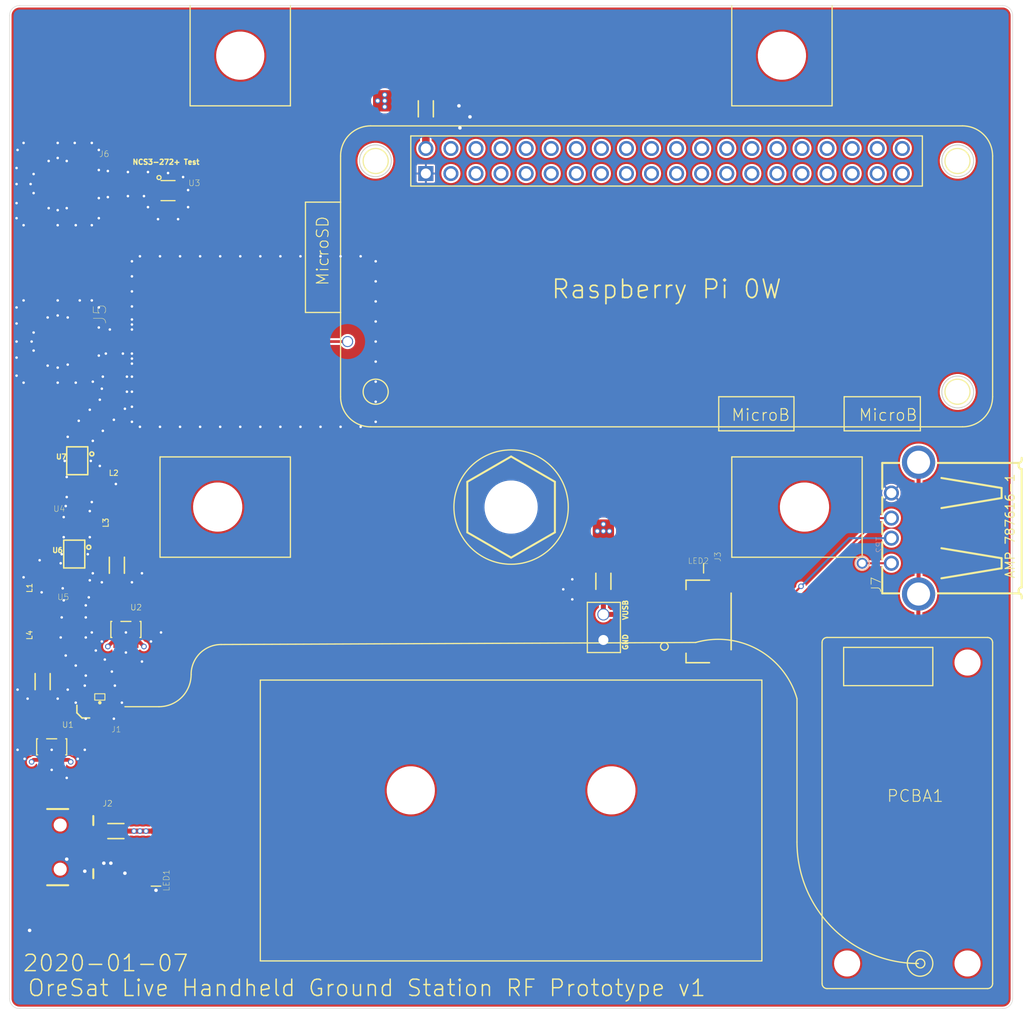
<source format=kicad_pcb>
(kicad_pcb (version 20211014) (generator pcbnew)
  (layers (0 "F.Cu" signal) (1 "In1.Cu" signal) (2 "In2.Cu" signal) (31 "B.Cu" signal) (34 "B.Paste" user) (35 "F.Paste" user) (36 "B.SilkS" user "B.Silkscreen") (37 "F.SilkS" user "F.Silkscreen") (38 "B.Mask" user) (39 "F.Mask" user) (44 "Edge.Cuts" user))
  (net 0 "")
  (net 1 "GND")
  (net 2 "N$10")
  (net 3 "N$11")
  (net 4 "N$16")
  (net 5 "N$4")
  (net 6 "N$8")
  (net 7 "N$5")
  (net 8 "N$3")
  (net 9 "N$7")
  (net 10 "N$13")
  (net 11 "N$14")
  (net 12 "KEEPOUT")
  (net 13 "N$12")
  (net 14 "VUSB")
  (net 15 "N$17")
  (net 16 "N$20")
  (net 17 "N$21")
  (net 18 "N$1")
  (net 19 "N$25")
  (net 20 "N$15")
  (net 21 "N$19")
  (net 22 "N$22")
  (net 23 "HELICAL")
  (net 24 "T1-50")
  (net 25 "N$23")
  (net 26 "ALKSJDLAKS")
  (net 27 "N$24")
  (net 28 "N$26")
  (net 29 "N$27")
  (net 30 "N$6")
  (net 31 "N$18")
  (net 32 "N$9")
  (net 33 "N$2")
  (net 34 "N$28")
  (net 35 "N$29")
  (net 36 "N$30")
  (net 37 "N$31")
  (net 38 "N$32")
  (net 39 "N$34")
  (net 40 "N$33")
  (net 41 "N$36")
  (footprint "HGS_Reflector:LED-0603" (layer "F.Cu") (at 113.1011 141.2036 -90)
    (fp_text reference "LED1")
    (fp_text value "GREEN")
  )
  (footprint "HGS_Reflector:.0603-B-NOSILK" (layer "F.Cu") (at 112.6011 116.7036 -90)
    (fp_text reference "C7")
    (fp_text value "10 nF")
  )
  (footprint "HGS_Reflector:L3216C" (layer "F.Cu") (at 101.7011 118.4036 -90)
    (fp_text reference "L4")
    (fp_text value "8n")
  )
  (footprint "HGS_Reflector:.0603-B" (layer "F.Cu") (at 109.1011 137.3036)
    (fp_text reference "E4")
    (fp_text value "BLM18DN381SZ1D")
  )
  (footprint "HGS_Reflector:GE0805C-1" (layer "F.Cu") (at 114.3011 73.4536 -90)
    (fp_text reference "U3")
    (fp_text value "NCS3-272+" hide)
  )
  (footprint "HGS_Reflector:.0603-B-NOSILK" (layer "F.Cu") (at 157.7011 109.1036 -90)
    (fp_text reference "R1")
    (fp_text value "0")
  )
  (footprint "HGS_Reflector:.0402-C-NOSILK" (layer "F.Cu") (at 105.5011 103.1036 -90)
    (fp_text reference "C14")
    (fp_text value "100 pF")
  )
  (footprint "HGS_Reflector:.0603-B" (layer "F.Cu") (at 140.0011 65.3036 -90)
    (fp_text reference "E3")
    (fp_text value "BLM18DN381SZ1D")
  )
  (footprint "HGS_Reflector:.0603-B-NOSILK" (layer "F.Cu") (at 137.7011 64.5036)
    (fp_text reference "R2")
    (fp_text value "0")
  )
  (footprint "HGS_Reflector:GHI2_USB_HOST_HORIZONTAL_W_CHASSIS_GND" (layer "F.Cu") (at 199.4011 107.1036 90)
    (fp_text reference "J7")
    (fp_text value "")
  )
  (footprint "HGS_Reflector:.0402-C-NOSILK" (layer "F.Cu") (at 109.0011 90.2036 -90)
    (fp_text reference "C19")
    (fp_text value "100 pF")
  )
  (footprint "HGS_Reflector:.0402-C-NOSILK" (layer "F.Cu") (at 105.2011 107.0036 -90)
    (fp_text reference "C3")
    (fp_text value "100 pF")
  )
  (footprint "HGS_Reflector:.0603-C-NOSILK" (layer "F.Cu") (at 103.3011 122.4036 -90)
    (fp_text reference "C1")
    (fp_text value "100 pF")
  )
  (footprint "" (layer "F.Cu") (at 138.5011 133.2436)
    (fp_text reference "@HOLE5" hide)
    (fp_text value "")
  )
  (footprint "HGS_Reflector:.0603-B-NOSILK" (layer "F.Cu") (at 102.5511 132.0036 180)
    (fp_text reference "C13")
    (fp_text value "1 uF")
  )
  (footprint "HGS_Reflector:.0603-B-NOSILK" (layer "F.Cu") (at 162.8011 112.2036 180)
    (fp_text reference "R7")
    (fp_text value "1k")
  )
  (footprint "HGS_Reflector:L3216C" (layer "F.Cu") (at 109.2011 106.8036 -90)
    (fp_text reference "L3")
    (fp_text value "8n")
  )
  (footprint "HGS_Reflector:.0603-B-NOSILK" (layer "F.Cu") (at 155.4011 113.2036)
    (fp_text reference "C20")
    (fp_text value "1 uF")
  )
  (footprint "HGS_Reflector:1X01" (layer "F.Cu") (at 183.5011 110.6036 90)
    (fp_text reference "TP2")
    (fp_text value "TEST-POINT-LARGE-SQUARE" hide)
  )
  (footprint "HGS_Reflector:.0603-B-NOSILK" (layer "F.Cu") (at 110.0011 120.4036 180)
    (fp_text reference "C5")
    (fp_text value "1 uF")
  )
  (footprint "HGS_Reflector:QPQ1907" (layer "F.Cu") (at 105.5011 104.9036 90)
    (fp_text reference "U4")
    (fp_text value "QPQ1907" hide)
  )
  (footprint "HGS_Reflector:.0603-C-NOSILK" (layer "F.Cu") (at 100.5011 145.6036 90)
    (fp_text reference "C9")
    (fp_text value "100 pF")
  )
  (footprint "HGS_Reflector:.0603-B-NOSILK" (layer "F.Cu") (at 101.8011 125.4036 90)
    (fp_text reference "R5")
    (fp_text value "0")
  )
  (footprint "HGS_Reflector:SOT-23" (layer "F.Cu") (at 110.1011 117.2036 90)
    (fp_text reference "U2")
    (fp_text value "LP2985XX-N")
  )
  (footprint "HGS_Reflector:USB-MINIB" (layer "F.Cu") (at 103.5511 138.9036)
    (fp_text reference "J2")
    (fp_text value "USB_MINI-B_SMT")
  )
  (footprint "HGS_Reflector:.0402-C-NOSILK" (layer "F.Cu") (at 114.3011 75.0036 180)
    (fp_text reference "R4")
    (fp_text value "150")
  )
  (footprint "HGS_Reflector:QPQ1907" (layer "F.Cu") (at 105.2011 114.3036 90)
    (fp_text reference "U5")
    (fp_text value "QPQ1907" hide)
  )
  (footprint "HGS_Reflector:.0603-C-NOSILK" (layer "F.Cu") (at 110.7011 110.8036 -90)
    (fp_text reference "C12")
    (fp_text value "1 uF")
  )
  (footprint "HGS_Reflector:.0603-B" (layer "F.Cu") (at 157.7011 112.4036 -90)
    (fp_text reference "E5")
    (fp_text value "BLM18GG471SZ1D")
  )
  (footprint "HGS_Reflector:.0603-B-NOSILK" (layer "F.Cu") (at 109.2011 113.8036 90)
    (fp_text reference "R3")
    (fp_text value "0")
  )
  (footprint "HGS_Reflector:.0603-B-NOSILK" (layer "F.Cu") (at 107.7011 116.7036 -90)
    (fp_text reference "C8")
    (fp_text value "2.2 uF")
  )
  (footprint "HGS_Reflector:.0603-B-NOSILK" (layer "F.Cu") (at 162.8011 113.9036)
    (fp_text reference "R6")
    (fp_text value "0")
  )
  (footprint "" (layer "F.Cu") (at 158.5011 133.2436)
    (fp_text reference "@HOLE4" hide)
    (fp_text value "")
  )
  (footprint "HGS_Reflector:132134-10" (layer "F.Cu") (at 103.3011 72.8036 -90)
    (fp_text reference "J6")
    (fp_text value "132134-10" hide)
  )
  (footprint "HGS_Reflector:SOT-23" (layer "F.Cu") (at 102.7011 128.9036 90)
    (fp_text reference "U1")
    (fp_text value "LP2985XX-N")
  )
  (footprint "" (layer "F.Cu") (at 177.7511 105.0036)
    (fp_text reference "@HOLE1" hide)
    (fp_text value "")
  )
  (footprint "HGS_Reflector:CONN_SM06B-SRSS-TB_JST" (layer "F.Cu") (at 168.2011 116.4036 90)
    (fp_text reference "J3")
    (fp_text value "SM06B-SRSS-TB(LF)(SN)" hide)
  )
  (footprint "" (layer "F.Cu") (at 175.5011 60.0036)
    (fp_text reference "@HOLE2" hide)
    (fp_text value "")
  )
  (footprint "HGS_Reflector:.0603-B-NOSILK" (layer "F.Cu") (at 105.1011 128.4036 -90)
    (fp_text reference "C15")
    (fp_text value "10 nF")
  )
  (footprint "HGS_Reflector:.0402-C-NOSILK" (layer "F.Cu") (at 108.0011 88.5036 180)
    (fp_text reference "C18")
    (fp_text value "100 pF")
  )
  (footprint "HGS_Reflector:LED-0603" (layer "F.Cu") (at 166.1011 111.1036)
    (fp_text reference "LED2")
    (fp_text value "GREEN")
  )
  (footprint "" (layer "F.Cu") (at 121.5011 60.0036)
    (fp_text reference "@HOLE3" hide)
    (fp_text value "")
  )
  (footprint "HGS_Reflector:RASP_PI_0W" (layer "F.Cu") (at 164.0011 82.0036)
    (fp_text reference "PCBA2" hide)
    (fp_text value "" hide)
  )
  (footprint "HGS_Reflector:L3216C" (layer "F.Cu") (at 101.7011 113.4036 -90)
    (fp_text reference "L1")
    (fp_text value "10n")
  )
  (footprint "HGS_Reflector:.0603-B-NOSILK" (layer "F.Cu") (at 113.1011 138.1036 90)
    (fp_text reference "R9")
    (fp_text value "1k")
  )
  (footprint "" (layer "F.Cu") (at 148.5011 105.0036)
    (fp_text reference "@HOLE6" hide)
    (fp_text value "")
  )
  (footprint "HGS_Reflector:.0603-B" (layer "F.Cu") (at 109.2011 110.8036 90)
    (fp_text reference "E1")
    (fp_text value "BLM18GG471SZ1D")
  )
  (footprint "HGS_Reflector:.0603-B-NOSILK" (layer "F.Cu") (at 142.5511 66.1036 180)
    (fp_text reference "C17")
    (fp_text value "1 uF")
  )
  (footprint "HGS_Reflector:.0603-B-NOSILK" (layer "F.Cu") (at 100.3011 128.4036 -90)
    (fp_text reference "C16")
    (fp_text value "2.2 uF")
  )
  (footprint "HGS_Reflector:132134-10" (layer "F.Cu") (at 103.3011 88.5036 -90)
    (fp_text reference "J5")
    (fp_text value "132134-10" hide)
  )
  (footprint "" (layer "F.Cu") (at 119.2511 105.0036)
    (fp_text reference "@HOLE0" hide)
    (fp_text value "")
  )
  (footprint "HGS_Reflector:QWT_2.422G-V2" (layer "F.Cu") (at 120.5011 88.5036)
    (fp_text reference "T1" hide)
    (fp_text value "QWT2.4222" hide)
  )
  (footprint "HGS_Reflector:L3216C" (layer "F.Cu") (at 108.9511 102.7136)
    (fp_text reference "L2")
    (fp_text value "10n")
  )
  (footprint "HGS_Reflector:.0603-C-NOSILK" (layer "F.Cu") (at 107.7011 110.8036 -90)
    (fp_text reference "C11")
    (fp_text value "100 pF")
  )
  (footprint "HGS_Reflector:TP3M9037" (layer "F.Cu") (at 104.9011 109.7036 180)
    (fp_text reference "U6")
    (fp_text value "LNA-TP3M9037")
  )
  (footprint "HGS_Reflector:.0603-C-NOSILK" (layer "F.Cu") (at 189.8011 116.5036 180)
    (fp_text reference "C21")
    (fp_text value "100 pF")
  )
  (footprint "HGS_Reflector:TP3M9037" (layer "F.Cu") (at 105.2011 100.4036 180)
    (fp_text reference "U7")
    (fp_text value "LNA-TP3M9037" hide)
  )
  (footprint "HGS_Reflector:.0603-B" (layer "F.Cu") (at 101.8011 122.4036 90)
    (fp_text reference "E2")
    (fp_text value "BLM18GG471SZ1D")
  )
  (footprint "HGS_Reflector:U.FL" (layer "F.Cu") (at 107.5011 124.5036 90)
    (fp_text reference "J1")
    (fp_text value "U.FL")
  )
  (footprint "HGS_Reflector:.0402-C-NOSILK" (layer "F.Cu") (at 105.2011 112.3036 -90)
    (fp_text reference "C4")
    (fp_text value "100 pF" hide)
  )
  (footprint "HGS_Reflector:.0402-C-NOSILK" (layer "F.Cu") (at 109.0011 92.1536 -90)
    (fp_text reference "C6")
    (fp_text value "100 pF")
  )
  (footprint "HGS_Reflector:.0603-C-NOSILK" (layer "F.Cu") (at 100.3011 122.4036 -90)
    (fp_text reference "C2")
    (fp_text value "1 uF")
  )
  (footprint "HGS_Reflector:.0603-B-NOSILK" (layer "F.Cu") (at 109.9011 139.6036 90)
    (fp_text reference "C10")
    (fp_text value "1 uF")
  )
  (footprint "HGS_Reflector:WF-NP9202" (layer "F.Cu") (at 188.0011 135.5036)
    (fp_text reference "PCBA1")
    (fp_text value "WF-NP9202WF")
  )
  (gr_line (start 126.5011 100.0036) (end 126.5011 110.0036) (layer "F.SilkS") (width 0.127))
  (gr_line (start 148.5011 99.9626) (end 152.8667 102.4831) (layer "F.SilkS") (width 0.2))
  (gr_arc (start 189.1011 150.5036) (mid 180.545108 146.959592) (end 177.0011 138.4036) (layer "F.SilkS") (width 0.127))
  (gr_line (start 183.5011 110.0036) (end 170.5011 110.0036) (layer "F.SilkS") (width 0.127))
  (gr_line (start 166.9011 118.5036) (end 119.6011 118.7036) (layer "F.SilkS") (width 0.127))
  (gr_line (start 177.0011 138.4036) (end 177.0011 124.1036) (layer "F.SilkS") (width 0.127))
  (gr_line (start 126.5011 55.0036) (end 126.5011 65.0036) (layer "F.SilkS") (width 0.127))
  (gr_line (start 152.8667 107.5241) (end 148.5011 110.0446) (layer "F.SilkS") (width 0.2))
  (gr_circle (center 148.5011 105.0036) (end 154.2011 105.0036) (layer "F.SilkS") (width 0.127) (fill none))
  (gr_line (start 152.8667 102.4831) (end 152.8667 107.5241) (layer "F.SilkS") (width 0.2))
  (gr_line (start 148.5011 110.044591) (end 152.866718 107.524091) (layer "F.SilkS") (width 0.127))
  (gr_line (start 170.5011 100.0036) (end 183.5011 100.0036) (layer "F.SilkS") (width 0.127))
  (gr_line (start 150.683909 101.22286) (end 148.5011 99.96261) (layer "F.SilkS") (width 0.127))
  (gr_line (start 146.31829 108.784341) (end 148.5011 110.044591) (layer "F.SilkS") (width 0.127))
  (gr_line (start 152.866718 107.524091) (end 152.866718 102.4831) (layer "F.SilkS") (width 0.127))
  (gr_line (start 113.5011 110.0036) (end 113.5011 100.0036) (layer "F.SilkS") (width 0.127))
  (gr_line (start 148.5011 110.0446) (end 144.1355 107.5241) (layer "F.SilkS") (width 0.2))
  (gr_line (start 148.5011 99.96261) (end 146.31829 101.22286) (layer "F.SilkS") (width 0.127))
  (gr_line (start 126.5011 110.0036) (end 113.5011 110.0036) (layer "F.SilkS") (width 0.127))
  (gr_line (start 183.5011 100.0036) (end 183.5011 110.0036) (layer "F.SilkS") (width 0.127))
  (gr_arc (start 116.6011 121.7036) (mid 115.663842 123.966342) (end 113.4011 124.9036) (layer "F.SilkS") (width 0.127))
  (gr_arc (start 116.6011 121.7036) (mid 117.47978 119.58228) (end 119.6011 118.7036) (layer "F.SilkS") (width 0.127))
  (gr_line (start 144.1355 107.5241) (end 144.1355 102.4831) (layer "F.SilkS") (width 0.2))
  (gr_line (start 159.4011 119.5036) (end 156.1011 119.5036) (layer "F.SilkS") (width 0.127))
  (gr_line (start 152.866718 102.4831) (end 150.683909 101.22286) (layer "F.SilkS") (width 0.127))
  (gr_line (start 144.135468 102.4831) (end 144.135468 107.524091) (layer "F.SilkS") (width 0.127))
  (gr_line (start 173.5011 122.24826) (end 173.5011 150.24826) (layer "F.SilkS") (width 0.127))
  (gr_line (start 170.5011 110.0036) (end 170.5011 100.0036) (layer "F.SilkS") (width 0.127))
  (gr_line (start 144.135468 107.524091) (end 146.31829 108.784341) (layer "F.SilkS") (width 0.127))
  (gr_line (start 123.5011 122.24826) (end 173.5011 122.24826) (layer "F.SilkS") (width 0.127))
  (gr_line (start 146.31829 101.22286) (end 144.135468 102.4831) (layer "F.SilkS") (width 0.127))
  (gr_line (start 170.5011 65.0036) (end 170.5011 55.0036) (layer "F.SilkS") (width 0.127))
  (gr_line (start 180.5011 65.0036) (end 170.5011 65.0036) (layer "F.SilkS") (width 0.127))
  (gr_line (start 156.1011 119.5036) (end 156.1011 114.5036) (layer "F.SilkS") (width 0.127))
  (gr_line (start 123.5011 122.24826) (end 123.5011 150.24826) (layer "F.SilkS") (width 0.127))
  (gr_line (start 113.4011 124.9036) (end 110.0011 124.9036) (layer "F.SilkS") (width 0.127))
  (gr_line (start 144.1355 102.4831) (end 148.5011 99.9626) (layer "F.SilkS") (width 0.2))
  (gr_line (start 126.5011 65.0036) (end 116.5011 65.0036) (layer "F.SilkS") (width 0.127))
  (gr_arc (start 166.9011 118.5036) (mid 173.110898 119.211822) (end 177.0011 124.1036) (layer "F.SilkS") (width 0.127))
  (gr_line (start 123.5011 150.24826) (end 173.5011 150.24826) (layer "F.SilkS") (width 0.127))
  (gr_line (start 116.5011 65.0036) (end 116.5011 55.0036) (layer "F.SilkS") (width 0.127))
  (gr_line (start 180.5011 55.0036) (end 180.5011 65.0036) (layer "F.SilkS") (width 0.127))
  (gr_line (start 156.1011 114.5036) (end 159.4011 114.5036) (layer "F.SilkS") (width 0.127))
  (gr_line (start 113.5011 100.0036) (end 126.5011 100.0036) (layer "F.SilkS") (width 0.127))
  (gr_line (start 159.4011 114.5036) (end 159.4011 119.5036) (layer "F.SilkS") (width 0.127))
  (gr_circle (center 193.0261 70.4786) (end 194.6136 70.4786) (layer "Edge.Cuts") (width 0.1) (fill none))
  (gr_line (start 99.5011 155.0036) (end 197.5011 155.0036) (layer "Edge.Cuts") (width 0.05))
  (gr_circle (center 134.9761 70.4786) (end 136.5636 70.4786) (layer "Edge.Cuts") (width 0.1) (fill none))
  (gr_arc (start 98.5011 56.0036) (mid 98.793993 55.296493) (end 99.5011 55.0036) (layer "Edge.Cuts") (width 0.05))
  (gr_arc (start 198.5011 154.0036) (mid 198.208207 154.710707) (end 197.5011 155.0036) (layer "Edge.Cuts") (width 0.05))
  (gr_line (start 198.5011 154.0036) (end 198.5011 56.0036) (layer "Edge.Cuts") (width 0.05))
  (gr_arc (start 197.5011 55.0036) (mid 198.208207 55.296493) (end 198.5011 56.0036) (layer "Edge.Cuts") (width 0.05))
  (gr_line (start 197.5011 55.0036) (end 99.5011 55.0036) (layer "Edge.Cuts") (width 0.05))
  (gr_arc (start 99.5011 155.0036) (mid 98.793993 154.710707) (end 98.5011 154.0036) (layer "Edge.Cuts") (width 0.05))
  (gr_circle (center 193.0261 93.5286) (end 194.6136 93.5286) (layer "Edge.Cuts") (width 0.1) (fill none))
  (gr_line (start 98.5011 56.0036) (end 98.5011 154.0036) (layer "Edge.Cuts") (width 0.05))
  (gr_text "NCS3-272+ Test" (at 110.7011 70.9036) (layer "F.SilkS") (effects (font (size 0.508 0.508) (thickness 0.127)) (justify left bottom)))
  (gr_text "VUSB" (at 159.6011 114.2036 90) (layer "F.SilkS") (effects (font (size 0.508 0.508) (thickness 0.127)) (justify right top)))
  (gr_text "2020-01-07" (at 99.7311 151.4236) (layer "F.SilkS") (effects (font (size 1.63576 1.63576) (thickness 0.14224)) (justify left bottom)))
  (gr_text "OreSat Live Handheld Ground Station RF Prototype v1" (at 100.2111 153.9036) (layer "F.SilkS") (effects (font (size 1.63576 1.63576) (thickness 0.14224)) (justify left bottom)))
  (gr_text "GND" (at 159.6011 117.6036 90) (layer "F.SilkS") (effects (font (size 0.508 0.508) (thickness 0.127)) (justify right top)))
  (segment (start 104.9156 114.3036) (end 103.7011 114.3036) (width 0.25) (layer "F.Cu") (net 1))
  (segment (start 113.4011 73.4536) (end 112.4511 73.4536) (width 0.35) (layer "F.Cu") (net 1))
  (segment (start 106.5011 74.2036) (end 107.5011 74.2036) (width 0.38) (layer "F.Cu") (net 1))
  (segment (start 99.9011 85.3036) (end 99.9011 84.3036) (width 0.38) (layer "F.Cu") (net 1))
  (segment (start 104.7011 109.7036) (end 103.7011 109.7036) (width 0.25) (layer "F.Cu") (net 1))
  (segment (start 105.4866 114.7986) (end 106.3961 114.7986) (width 0.25) (layer "F.Cu") (net 1))
  (segment (start 106.7011 91.7036) (end 106.7011 92.7036) (width 0.38) (layer "F.Cu") (net 1))
  (segment (start 105.2156 104.9036) (end 103.9011 104.9036) (width 0.25) (layer "F.Cu") (net 1))
  (segment (start 106.7011 69.4036) (end 107.7011 69.4036) (width 0.38) (layer "F.Cu") (net 1))
  (segment (start 103.3011 76.3036) (end 103.3011 77.3036) (width 0.38) (layer "F.Cu") (net 1))
  (segment (start 105.5011 85.2036) (end 105.5011 84.2036) (width 0.38) (layer "F.Cu") (net 1))
  (segment (start 105.1011 77.1036) (end 105.1011 76.1036) (width 0.38) (layer "F.Cu") (net 1))
  (segment (start 112.4511 73.4536) (end 111.8011 74.1036) (width 0.35) (layer "F.Cu") (net 1))
  (segment (start 115.2011 73.4536) (end 116.6511 73.4536) (width 0.35) (layer "F.Cu") (net 1))
  (segment (start 100.2011 72.8036) (end 99.2011 72.8036) (width 0.38) (layer "F.Cu") (net 1))
  (segment (start 107.5011 71.4036) (end 106.5011 71.4036) (width 0.38) (layer "F.Cu") (net 1))
  (segment (start 105.7866 105.3986) (end 106.6961 105.3986) (width 0.25) (layer "F.Cu") (net 1))
  (segment (start 100.3011 69.4036) (end 99.3011 69.4036) (width 0.38) (layer "F.Cu") (net 1))
  (segment (start 105.2011 100.4036) (end 106.7011 100.4036) (width 0.25) (layer "F.Cu") (net 1))
  (segment (start 106.6011 85.1036) (end 107.6011 85.1036) (width 0.38) (layer "F.Cu") (net 1))
  (segment (start 104.9011 109.7036) (end 106.5011 109.7036) (width 0.25) (layer "F.Cu") (net 1))
  (segment (start 107.6011 89.9036) (end 106.6011 89.9036) (width 0.38) (layer "F.Cu") (net 1))
  (segment (start 100.2011 88.5036) (end 99.2011 88.5036) (width 0.38) (layer "F.Cu") (net 1))
  (segment (start 100.2011 74.7036) (end 99.2011 74.7036) (width 0.38) (layer "F.Cu") (net 1))
  (segment (start 105.0011 68.4036) (end 105.0011 69.4036) (width 0.38) (layer "F.Cu") (net 1))
  (segment (start 100.3011 76.2036) (end 99.3011 76.2036) (width 0.38) (layer "F.Cu") (net 1))
  (segment (start 105.0011 101.2536) (end 105.0011 100.6036) (width 0.25) (layer "F.Cu") (net 1))
  (segment (start 99.1011 85.1036) (end 100.1011 85.1036) (width 0.38) (layer "F.Cu") (net 1))
  (segment (start 100.1011 86.7036) (end 99.1011 86.7036) (width 0.38) (layer "F.Cu") (net 1))
  (segment (start 105.7866 104.9036) (end 106.7011 104.9036) (width 0.25) (layer "F.Cu") (net 1))
  (segment (start 100.2011 91.9036) (end 99.2011 91.9036) (width 0.38) (layer "F.Cu") (net 1))
  (segment (start 99.9011 69.7036) (end 99.9011 68.7036) (width 0.38) (layer "F.Cu") (net 1))
  (segment (start 99.9011 76.1036) (end 99.9011 77.1036) (width 0.38) (layer "F.Cu") (net 1))
  (segment (start 103.3011 69.5036) (end 103.3011 68.5036) (width 0.38) (layer "F.Cu") (net 1))
  (segment (start 105.4866 114.3036) (end 106.4011 114.3036) (width 0.25) (layer "F.Cu") (net 1))
  (segment (start 106.7011 76.2036) (end 106.7011 77.2036) (width 0.38) (layer "F.Cu") (net 1))
  (segment (start 105.0011 100.6036) (end 105.2011 100.4036) (width 0.25) (layer "F.Cu") (net 1))
  (segment (start 100.2011 90.1036) (end 99.2011 90.1036) (width 0.38) (layer "F.Cu") (net 1))
  (segment (start 105.1011 92.7036) (end 105.1011 91.7036) (width 0.38) (layer "F.Cu") (net 1))
  (segment (start 106.7011 85.2036) (end 106.7011 84.2036) (width 0.38) (layer "F.Cu") (net 1))
  (segment (start 99.9011 91.7036) (end 99.9011 92.7036) (width 0.38) (layer "F.Cu") (net 1))
  (segment (start 103.3011 85.2036) (end 103.3011 84.2036) (width 0.38) (layer "F.Cu") (net 1))
  (segment (start 104.9011 109.7036) (end 104.7011 109.7036) (width 0.25) (layer "F.Cu") (net 1))
  (segment (start 106.5011 87.1036) (end 107.5011 87.1036) (width 0.38) (layer "F.Cu") (net 1))
  (segment (start 100.2011 71.2036) (end 99.2011 71.2036) (width 0.38) (layer "F.Cu") (net 1))
  (segment (start 106.7011 69.4036) (end 106.7011 68.4036) (width 0.38) (layer "F.Cu") (net 1))
  (segment (start 106.6011 76.2036) (end 107.6011 76.2036) (width 0.38) (layer "F.Cu") (net 1))
  (segment (start 106.4011 91.9036) (end 107.4011 91.9036) (width 0.38) (layer "F.Cu") (net 1))
  (segment (start 104.7011 110.5536) (end 104.7011 109.7036) (width 0.25) (layer "F.Cu") (net 1))
  (segment (start 103.3011 91.6036) (end 103.3011 92.6036) (width 0.38) (layer "F.Cu") (net 1))
  (via (at 100.9011 71.8036) (size 0.4572) (drill 0.254) (layers "F.Cu" "B.Cu") (net 1))
  (via (at 104.1011 119.8036) (size 0.4572) (drill 0.254) (layers "F.Cu" "B.Cu") (net 1))
  (via (at 103.3011 84.4036) (size 0.4572) (drill 0.254) (layers "F.Cu" "B.Cu") (net 1))
  (via (at 112.3011 75.1036) (size 0.4572) (drill 0.254) (layers "F.Cu" "B.Cu") (net 1))
  (via (at 105.4011 96.4036) (size 0.4572) (drill 0.254) (layers "F.Cu" "B.Cu") (net 1))
  (via (at 133.5011 80.0036) (size 0.4572) (drill 0.254) (layers "F.Cu" "B.Cu") (net 1))
  (via (at 144.4011 66.1036) (size 0.5532) (drill 0.35) (layers "F.Cu" "B.Cu") (net 1))
  (via (at 103.3011 68.7036) (size 0.4572) (drill 0.254) (layers "F.Cu" "B.Cu") (net 1))
  (via (at 135.0011 80.5036) (size 0.4572) (drill 0.254) (layers "F.Cu" "B.Cu") (net 1))
  (via (at 111.7011 120.4036) (size 0.4572) (drill 0.254) (layers "F.Cu" "B.Cu") (net 1))
  (via (at 103.3011 124.1036) (size 0.4572) (drill 0.254) (layers "F.Cu" "B.Cu") (net 1))
  (via (at 103.8011 113.1036) (size 0.4572) (drill 0.254) (layers "F.Cu" "B.Cu") (net 1))
  (via (at 110.2011 92.0036) (size 0.4572) (drill 0.254) (layers "F.Cu" "B.Cu") (net 1))
  (via (at 154.6011 114.2036) (size 0.4572) (drill 0.254) (layers "F.Cu" "B.Cu") (net 1))
  (via (at 135.0011 90.5036) (size 0.4572) (drill 0.254) (layers "F.Cu" "B.Cu") (net 1))
  (via (at 99.2011 74.7036) (size 0.4572) (drill 0.254) (layers "F.Cu" "B.Cu") (net 1))
  (via (at 103.3011 91.1036) (size 0.4572) (drill 0.254) (layers "F.Cu" "B.Cu") (net 1))
  (via (at 107.4011 76.2036) (size 0.4572) (drill 0.254) (layers "F.Cu" "B.Cu") (net 1))
  (via (at 102.4011 70.5036) (size 0.4572) (drill 0.254) (layers "F.Cu" "B.Cu") (net 1))
  (via (at 99.2011 72.8036) (size 0.4572) (drill 0.254) (layers "F.Cu" "B.Cu") (net 1))
  (via (at 108.3011 71.5036) (size 0.4572) (drill 0.254) (layers "F.Cu" "B.Cu") (net 1))
  (via (at 103.9011 114.3036) (size 0.4572) (drill 0.254) (layers "F.Cu" "B.Cu") (net 1))
  (via (at 127.5011 97.0036) (size 0.4572) (drill 0.254) (layers "F.Cu" "B.Cu") (net 1))
  (via (at 135.0011 96.5036) (size 0.4572) (drill 0.254) (layers "F.Cu" "B.Cu") (net 1))
  (via (at 103.3011 85.9036) (size 0.4572) (drill 0.254) (layers "F.Cu" "B.Cu") (net 1))
  (via (at 129.5011 80.0036) (size 0.4572) (drill 0.254) (layers "F.Cu" "B.Cu") (net 1))
  (via (at 113.5011 80.0036) (size 0.4572) (drill 0.254) (layers "F.Cu" "B.Cu") (net 1))
  (via (at 106.7011 76.9036) (size 0.4572) (drill 0.254) (layers "F.Cu" "B.Cu") (net 1))
  (via (at 110.7011 90.7036) (size 0.4572) (drill 0.254) (layers "F.Cu" "B.Cu") (net 1))
  (via (at 106.5011 95.3036) (size 0.4572) (drill 0.254) (layers "F.Cu" "B.Cu") (net 1))
  (via (at 108.9011 96.3036) (size 0.4572) (drill 0.254) (layers "F.Cu" "B.Cu") (net 1))
  (via (at 106.1011 118.0036) (size 0.4572) (drill 0.254) (layers "F.Cu" "B.Cu") (net 1))
  (via (at 103.3011 75.4036) (size 0.4572) (drill 0.254) (layers "F.Cu" "B.Cu") (net 1))
  (via (at 113.6011 117.5036) (size 0.4572) (drill 0.254) (layers "F.Cu" "B.Cu") (net 1))
  (via (at 106.1011 116.0036) (size 0.4572) (drill 0.254) (layers "F.Cu" "B.Cu") (net 1))
  (via (at 114.3011 71.7036) (size 0.4572) (drill 0.254) (layers "F.Cu" "B.Cu") (net 1))
  (via (at 111.5011 97.0036) (size 0.4572) (drill 0.254) (layers "F.Cu" "B.Cu") (net 1))
  (via (at 99.2011 76.2036) (size 0.4572) (drill 0.254) (layers "F.Cu" "B.Cu") (net 1))
  (via (at 108.9011 126.1036) (size 0.4572) (drill 0.254) (layers "F.Cu" "B.Cu") (net 1))
  (via (at 101.5011 110.3036) (size 0.4572) (drill 0.254) (layers "F.Cu" "B.Cu") (net 1))
  (via (at 110.2011 93.5036) (size 0.4572) (drill 0.254) (layers "F.Cu" "B.Cu") (net 1))
  (via (at 106.1011 114.8036) (size 0.4572) (drill 0.254) (layers "F.Cu" "B.Cu") (net 1))
  (via (at 109.8011 89.7036) (size 0.4572) (drill 0.254) (layers "F.Cu" "B.Cu") (net 1))
  (via (at 105.5011 84.4036) (size 0.4572) (drill 0.254) (layers "F.Cu" "B.Cu") (net 1))
  (via (at 113.3011 76.3036) (size 0.4572) (drill 0.254) (layers "F.Cu" "B.Cu") (net 1))
  (via (at 143.3011 65.0036) (size 0.5532) (drill 0.35) (layers "F.Cu" "B.Cu") (net 1))
  (via (at 107.7011 118.4036) (size 0.4572) (drill 0.254) (layers "F.Cu" "B.Cu") (net 1))
  (via (at 99.9011 76.9036) (size 0.4572) (drill 0.254) (layers "F.Cu" "B.Cu") (net 1))
  (via (at 125.5011 97.0036) (size 0.4572) (drill 0.254) (layers "F.Cu" "B.Cu") (net 1))
  (via (at 100.9011 73.7036) (size 0.4572) (drill 0.254) (layers "F.Cu" "B.Cu") (net 1))
  (via (at 110.7011 80.5036) (size 0.4572) (drill 0.254) (layers "F.Cu" "B.Cu") (net 1))
  (via (at 102.7011 131.2036) (size 0.4572) (drill 0.254) (layers "F.Cu" "B.Cu") (net 1))
  (via (at 102.3011 86.1036) (size 0.4572) (drill 0.254) (layers "F.Cu" "B.Cu") (net 1))
  (via (at 135.0011 82.5036) (size 0.4572) (drill 0.254) (layers "F.Cu" "B.Cu") (net 1))
  (via (at 107.4011 71.4036) (size 0.4572) (drill 0.254) (layers "F.Cu" "B.Cu") (net 1))
  (via (at 99.3011 129.2036) (size 0.4572) (drill 0.254) (layers "F.Cu" "B.Cu") (net 1))
  (via (at 109.1011 102.7036) (size 0.4572) (drill 0.254) (layers "F.Cu" "B.Cu") (net 1))
  (via (at 107.4011 85.1036) (size 0.4572) (drill 0.254) (layers "F.Cu" "B.Cu") (net 1))
  (via (at 112.6011 118.4036) (size 0.4572) (drill 0.254) (layers "F.Cu" "B.Cu") (net 1))
  (via (at 104.1011 104.9036) (size 0.4572) (drill 0.254) (layers "F.Cu" "B.Cu") (net 1))
  (via (at 104.2011 104.0036) (size 0.4572) (drill 0.254) (layers "F.Cu" "B.Cu") (net 1))
  (via (at 110.7011 82.0036) (size 0.4572) (drill 0.254) (layers "F.Cu" "B.Cu") (net 1))
  (via (at 110.7011 86.8036) (size 0.4572) (drill 0.254) (layers "F.Cu" "B.Cu") (net 1))
  (via (at 107.8011 97.4036) (size 0.4572) (drill 0.254) (layers "F.Cu" "B.Cu") (net 1))
  (via (at 106.7011 104.5036) (size 0.4572) (drill 0.254) (layers "F.Cu" "B.Cu") (net 1))
  (via (at 99.2011 91.9036) (size 0.4572) (drill 0.254) (layers "F.Cu" "B.Cu") (net 1))
  (via (at 103.6011 110.6036) (size 0.4572) (drill 0.254) (layers "F.Cu" "B.Cu") (net 1))
  (via (at 105.1011 76.9036) (size 0.4572) (drill 0.254) (layers "F.Cu" "B.Cu") (net 1))
  (via (at 121.5011 97.0036) (size 0.4572) (drill 0.254) (layers "F.Cu" "B.Cu") (net 1))
  (via (at 100.0011 130.1036) (size 0.4572) (drill 0.254) (layers "F.Cu" "B.Cu") (net 1))
  (via (at 153.7011 113.2036) (size 0.4572) (drill 0.254) (layers "F.Cu" "B.Cu") (net 1))
  (via (at 103.9011 108.0036) (size 0.4572) (drill 0.254) (layers "F.Cu" "B.Cu") (net 1))
  (via (at 102.4011 75.2036) (size 0.4572) (drill 0.254) (layers "F.Cu" "B.Cu") (net 1))
  (via (at 102.7011 129.2036) (size 0.4572) (drill 0.254) (layers "F.Cu" "B.Cu") (net 1))
  (via (at 127.5011 80.0036) (size 0.4572) (drill 0.254) (layers "F.Cu" "B.Cu") (net 1))
  (via (at 108.5011 87.3036) (size 0.4572) (drill 0.254) (layers "F.Cu" "B.Cu") (net 1))
  (via (at 119.5011 97.0036) (size 0.4572) (drill 0.254) (layers "F.Cu" "B.Cu") (net 1))
  (via (at 115.5011 97.0036) (size 0.4572) (drill 0.254) (layers "F.Cu" "B.Cu") (net 1))
  (via (at 106.8011 98.4036) (size 0.4572) (drill 0.254) (layers "F.Cu" "B.Cu") (net 1))
  (via (at 109.7011 124.5036) (size 0.4572) (drill 0.254) (layers "F.Cu" "B.Cu") (net 1))
  (via (at 107.8011 92.0036) (size 0.4572) (drill 0.254) (layers "F.Cu" "B.Cu") (net 1))
  (via (at 103.7011 116.0036) (size 0.4572) (drill 0.254) (layers "F.Cu" "B.Cu") (net 1))
  (via (at 115.8011 72.1036) (size 0.4572) (drill 0.254) (layers "F.Cu" "B.Cu") (net 1))
  (via (at 107.4011 89.9036) (size 0.4572) (drill 0.254) (layers "F.Cu" "B.Cu") (net 1))
  (via (at 104.2011 102.0036) (size 0.4572) (drill 0.254) (layers "F.Cu" "B.Cu") (net 1))
  (via (at 110.7011 90.2036) (size 0.4572) (drill 0.254) (layers "F.Cu" "B.Cu") (net 1))
  (via (at 100.7011 88.5036) (size 0.4572) (drill 0.254) (layers "F.Cu" "B.Cu") (net 1))
  (via (at 106.8011 111.6036) (size 0.4572) (drill 0.254) (layers "F.Cu" "B.Cu") (net 1))
  (via (at 100.6011 72.8036) (size 0.4572) (drill 0.254) (layers "F.Cu" "B.Cu") (net 1))
  (via (at 110.7011 95.0036) (size 0.4572) (drill 0.254) (layers "F.Cu" "B.Cu") (net 1))
  (via (at 99.2011 71.2036) (size 0.4572) (drill 0.254) (layers "F.Cu" "B.Cu") (net 1))
  (via (at 103.6011 118.0036) (size 0.4572) (drill 0.254) (layers "F.Cu" "B.Cu") (net 1))
  (via (at 103.3011 92.6036) (size 0.4572) (drill 0.254) (layers "F.Cu" "B.Cu") (net 1))
  (via (at 99.3011 69.4036) (size 0.4572) (drill 0.254) (layers "F.Cu" "B.Cu") (net 1))
  (via (at 131.5011 80.0036) (size 0.4572) (drill 0.254) (layers "F.Cu" "B.Cu") (net 1))
  (via (at 103.3011 70.2036) (size 0.4572) (drill 0.254) (layers "F.Cu" "B.Cu") (net 1))
  (via (at 125.5011 80.0036) (size 0.4572) (drill 0.254) (layers "F.Cu" "B.Cu") (net 1))
  (via (at 117.5011 97.0036) (size 0.4572) (drill 0.254) (layers "F.Cu" "B.Cu") (net 1))
  (via (at 105.0011 68.7036) (size 0.4572) (drill 0.254) (layers "F.Cu" "B.Cu") (net 1))
  (via (at 104.3011 86.1036) (size 0.4572) (drill 0.254) (layers "F.Cu" "B.Cu") (net 1))
  (via (at 107.4011 87.1036) (size 0.4572) (drill 0.254) (layers "F.Cu" "B.Cu") (net 1))
  (via (at 106.5011 112.3036) (size 0.4572) (drill 0.254) (layers "F.Cu" "B.Cu") (net 1))
  (via (at 157.7011 118.2536) (size 1.2032) (drill 1) (layers "F.Cu" "B.Cu") (net 1))
  (via (at 108.0011 120.2036) (size 0.4572) (drill 0.254) (layers "F.Cu" "B.Cu") (net 1))
  (via (at 116.3011 73.4036) (size 0.4572) (drill 0.254) (layers "F.Cu" "B.Cu") (net 1))
  (via (at 110.7011 85.0036) (size 0.4572) (drill 0.254) (layers "F.Cu" "B.Cu") (net 1))
  (via (at 113.1011 143.2036) (size 0.5532) (drill 0.35) (layers "F.Cu" "B.Cu") (net 1))
  (via (at 106.5011 108.0036) (size 0.4572) (drill 0.254) (layers "F.Cu" "B.Cu") (net 1))
  (via (at 104.3011 90.8036) (size 0.4572) (drill 0.254) (layers "F.Cu" "B.Cu") (net 1))
  (via (at 129.5011 97.0036) (size 0.4572) (drill 0.254) (layers "F.Cu" "B.Cu") (net 1))
  (via (at 106.8011 92.5036) (size 0.4572) (drill 0.254) (layers "F.Cu" "B.Cu") (net 1))
  (via (at 110.3011 74.0036) (size 0.4572) (drill 0.254) (layers "F.Cu" "B.Cu") (net 1))
  (via (at 106.3011 109.7036) (size 0.4572) (drill 0.254) (layers "F.Cu" "B.Cu") (net 1))
  (via (at 106.6011 100.4036) (size 0.4572) (drill 0.254) (layers "F.Cu" "B.Cu") (net 1))
  (via (at 115.5011 80.0036) (size 0.4572) (drill 0.254) (layers "F.Cu" "B.Cu") (net 1))
  (via (at 108.1011 89.7036) (size 0.4572) (drill 0.254) (layers "F.Cu" "B.Cu") (net 1))
  (via (at 104.3011 98.0036) (size 0.4572) (drill 0.254) (layers "F.Cu" "B.Cu") (net 1))
  (via (at 110.7011 112.5036) (size 0.4572) (drill 0.254) (layers "F.Cu" "B.Cu") (net 1))
  (via (at 104.2011 70.5036) (size 0.4572) (drill 0.254) (layers "F.Cu" "B.Cu") (net 1))
  (via (at 116.3011 75.1036) (size 0.4572) (drill 0.254) (layers "F.Cu" "B.Cu") (net 1))
  (via (at 108.7011 121.4036) (size 0.4572) (drill 0.254) (layers "F.Cu" "B.Cu") (net 1))
  (via (at 115.3011 76.3036) (size 0.4572) (drill 0.254) (layers "F.Cu" "B.Cu") (net 1))
  (via (at 135.0011 88.5036) (size 0.4572) (drill 0.254) (layers "F.Cu" "B.Cu") (net 1))
  (via (at 135.0011 94.5036) (size 0.4572) (drill 0.254) (layers "F.Cu" "B.Cu") (net 1))
  (via (at 99.9011 112.0036) (size 0.4572) (drill 0.254) (layers "F.Cu" "B.Cu") (net 1))
  (via (at 104.2011 140.1036) (size 0.5532) (drill 0.35) (layers "F.Cu" "B.Cu") (net 1))
  (via (at 105.3011 130.1036) (size 0.4572) (drill 0.254) (layers "F.Cu" "B.Cu") (net 1))
  (via (at 105.1011 92.6036) (size 0.4572) (drill 0.254) (layers "F.Cu" "B.Cu") (net 1))
  (via (at 103.3011 76.9036) (size 0.4572) (drill 0.254) (layers "F.Cu" "B.Cu") (net 1))
  (via (at 99.2011 85.1036) (size 0.4572) (drill 0.254) (layers "F.Cu" "B.Cu") (net 1))
  (via (at 104.3011 123.2036) (size 0.4572) (drill 0.254) (layers "F.Cu" "B.Cu") (net 1))
  (via (at 99.9011 84.4036) (size 0.4572) (drill 0.254) (layers "F.Cu" "B.Cu") (net 1))
  (via (at 100.5011 147.2036) (size 0.5532) (drill 0.35) (layers "F.Cu" "B.Cu") (net 1))
  (via (at 110.1011 117.5036) (size 0.4572) (drill 0.254) (layers "F.Cu" "B.Cu") (net 1))
  (via (at 104.0011 100.4036) (size 0.4572) (drill 0.254) (layers "F.Cu" "B.Cu") (net 1))
  (via (at 106.7011 84.4036) (size 0.4572) (drill 0.254) (layers "F.Cu" "B.Cu") (net 1))
  (via (at 106.7011 68.7036) (size 0.4572) (drill 0.254) (layers "F.Cu" "B.Cu") (net 1))
  (via (at 110.7011 92.0036) (size 0.4572) (drill 0.254) (layers "F.Cu" "B.Cu") (net 1))
  (via (at 106.1011 126.1036) (size 0.4572) (drill 0.254) (layers "F.Cu" "B.Cu") (net 1))
  (via (at 107.4011 69.4036) (size 0.4572) (drill 0.254) (layers "F.Cu" "B.Cu") (net 1))
  (via (at 100.3011 124.1036) (size 0.4572) (drill 0.254) (layers "F.Cu" "B.Cu") (net 1))
  (via (at 107.4011 74.2036) (size 0.4572) (drill 0.254) (layers "F.Cu" "B.Cu") (net 1))
  (via (at 106.0011 141.3036) (size 0.5532) (drill 0.35) (layers "F.Cu" "B.Cu") (net 1))
  (via (at 107.7011 93.2036) (size 0.4572) (drill 0.254) (layers "F.Cu" "B.Cu") (net 1))
  (via (at 108.3011 74.1036) (size 0.4572) (drill 0.254) (layers "F.Cu" "B.Cu") (net 1))
  (via (at 107.5011 94.3036) (size 0.4572) (drill 0.254) (layers "F.Cu" "B.Cu") (net 1))
  (via (at 108.6011 140.5036) (size 0.5532) (drill 0.35) (layers "F.Cu" "B.Cu") (net 1))
  (via (at 111.7011 111.6036) (size 0.4572) (drill 0.254) (layers "F.Cu" "B.Cu") (net 1))
  (via (at 112.3011 71.6036) (size 0.4572) (drill 0.254) (layers "F.Cu" "B.Cu") (net 1))
  (via (at 107.7011 112.5036) (size 0.4572) (drill 0.254) (layers "F.Cu" "B.Cu") (net 1))
  (via (at 99.3011 123.2036) (size 0.4572) (drill 0.254) (layers "F.Cu" "B.Cu") (net 1))
  (via (at 107.1011 119.3036) (size 0.4572) (drill 0.254) (layers "F.Cu" "B.Cu") (net 1))
  (via (at 111.9011 74.0036) (size 0.4572) (drill 0.254) (layers "F.Cu" "B.Cu") (net 1))
  (via (at 106.0011 129.2036) (size 0.4572) (drill 0.254) (layers "F.Cu" "B.Cu") (net 1))
  (via (at 110.0011 141.5036) (size 0.5532) (drill 0.35) (layers "F.Cu" "B.Cu") (net 1))
  (via (at 106.1011 121.8036) (size 0.4572) (drill 0.254) (layers "F.Cu" "B.Cu") (net 1))
  (via (at 100.9011 87.6036) (size 0.4572) (drill 0.254) (layers "F.Cu" "B.Cu") (net 1))
  (via (at 105.1011 120.8036) (size 0.4572) (drill 0.254) (layers "F.Cu" "B.Cu") (net 1))
  (via (at 133.5011 97.0036) (size 0.4572) (drill 0.254) (layers "F.Cu" "B.Cu") (net 1))
  (via (at 123.5011 97.0036) (size 0.4572) (drill 0.254) (layers "F.Cu" "B.Cu") (net 1))
  (via (at 110.1011 119.5036) (size 0.4572) (drill 0.254) (layers "F.Cu" "B.Cu") (net 1))
  (via (at 111.5011 80.0036) (size 0.4572) (drill 0.254) (layers "F.Cu" "B.Cu") (net 1))
  (via (at 99.2011 90.1036) (size 0.4572) (drill 0.254) (layers "F.Cu" "B.Cu") (net 1))
  (via (at 131.5011 97.0036) (size 0.4572) (drill 0.254) (layers "F.Cu" "B.Cu") (net 1))
  (via (at 99.9011 68.7036) (size 0.4572) (drill 0.254) (layers "F.Cu" "B.Cu") (net 1))
  (via (at 123.5011 80.0036) (size 0.4572) (drill 0.254) (layers "F.Cu" "B.Cu") (net 1))
  (via (at 119.5011 80.0036) (size 0.4572) (drill 0.254) (layers "F.Cu" "B.Cu") (net 1))
  (via (at 110.7011 96.5036) (size 0.4572) (drill 0.254) (layers "F.Cu" "B.Cu") (net 1))
  (via (at 104.2011 132.0036) (size 0.4572) (drill 0.254) (layers "F.Cu" "B.Cu") (net 1))
  (via (at 135.0011 92.5036) (size 0.4572) (drill 0.254) (layers "F.Cu" "B.Cu") (net 1))
  (via (at 110.7011 86.3036) (size 0.4572) (drill 0.254) (layers "F.Cu" "B.Cu") (net 1))
  (via (at 135.0011 84.5036) (size 0.4572) (drill 0.254) (layers "F.Cu" "B.Cu") (net 1))
  (via (at 106.5011 105.4036) (size 0.4572) (drill 0.254) (layers "F.Cu" "B.Cu") (net 1))
  (via (at 102.3011 90.9036) (size 0.4572) (drill 0.254) (layers "F.Cu" "B.Cu") (net 1))
  (via (at 106.7011 117.5036) (size 0.4572) (drill 0.254) (layers "F.Cu" "B.Cu") (net 1))
  (via (at 135.0011 86.5036) (size 0.4572) (drill 0.254) (layers "F.Cu" "B.Cu") (net 1))
  (via (at 101.7011 113.5036) (size 0.4572) (drill 0.254) (layers "F.Cu" "B.Cu") (net 1))
  (via (at 107.9011 140.5036) (size 0.5532) (drill 0.35) (layers "F.Cu" "B.Cu") (net 1))
  (via (at 110.0011 95.2036) (size 0.4572) (drill 0.254) (layers "F.Cu" "B.Cu") (net 1))
  (via (at 143.4011 67.2036) (size 0.5532) (drill 0.35) (layers "F.Cu" "B.Cu") (net 1))
  (via (at 110.3011 71.6036) (size 0.4572) (drill 0.254) (layers "F.Cu" "B.Cu") (net 1))
  (via (at 99.9011 92.6036) (size 0.4572) (drill 0.254) (layers "F.Cu" "B.Cu") (net 1))
  (via (at 110.7011 89.7036) (size 0.4572) (drill 0.254) (layers "F.Cu" "B.Cu") (net 1))
  (via (at 110.7011 87.3036) (size 0.4572) (drill 0.254) (layers "F.Cu" "B.Cu") (net 1))
  (via (at 109.0011 122.8036) (size 0.4572) (drill 0.254) (layers "F.Cu" "B.Cu") (net 1))
  (via (at 106.0011 122.8036) (size 0.4572) (drill 0.254) (layers "F.Cu" "B.Cu") (net 1))
  (via (at 110.7011 93.5036) (size 0.4572) (drill 0.254) (layers "F.Cu" "B.Cu") (net 1))
  (via (at 107.5011 100.9036) (size 0.4572) (drill 0.254) (layers "F.Cu" "B.Cu") (net 1))
  (via (at 117.5011 80.0036) (size 0.4572) (drill 0.254) (layers "F.Cu" "B.Cu") (net 1))
  (via (at 121.5011 80.0036) (size 0.4572) (drill 0.254) (layers "F.Cu" "B.Cu") (net 1))
  (via (at 99.2011 86.7036) (size 0.4572) (drill 0.254) (layers "F.Cu" "B.Cu") (net 1))
  (via (at 103.9011 106.0036) (size 0.4572) (drill 0.254) (layers "F.Cu" "B.Cu") (net 1))
  (via (at 103.7011 109.7036) (size 0.4572) (drill 0.254) (layers "F.Cu" "B.Cu") (net 1))
  (via (at 110.7011 83.5036) (size 0.4572) (drill 0.254) (layers "F.Cu" "B.Cu") (net 1))
  (via (at 99.2011 88.5036) (size 0.4572) (drill 0.254) (layers "F.Cu" "B.Cu") (net 1))
  (via (at 113.5011 97.0036) (size 0.4572) (drill 0.254) (layers "F.Cu" "B.Cu") (net 1))
  (via (at 104.2011 75.2036) (size 0.4572) (drill 0.254) (layers "F.Cu" "B.Cu") (net 1))
  (via (at 154.6011 112.2036) (size 0.4572) (drill 0.254) (layers "F.Cu" "B.Cu") (net 1))
  (via (at 100.9011 89.4036) (size 0.4572) (drill 0.254) (layers "F.Cu" "B.Cu") (net 1))
  (via (at 105.1011 124.5036) (size 0.4572) (drill 0.254) (layers "F.Cu" "B.Cu") (net 1))
  (via (at 106.4011 114.0036) (size 0.4572) (drill 0.254) (layers "F.Cu" "B.Cu") (net 1))
  (segment (start 113.1011 138.9036) (end 113.1011 140.3266) (width 0.3) (layer "F.Cu") (net 2))
  (segment (start 108.808206 94.666697) (end 108.808206 94.666697) (width 0.38) (layer "F.Cu") (net 3))
  (segment (start 105.5011 98.9036) (end 105.5011 98.388016) (width 0.38) (layer "F.Cu") (net 3))
  (segment (start 108.912866 94.530302) (end 108.978659 94.371465) (width 0.38) (layer "F.Cu") (net 3))
  (segment (start 105.793993 97.68091) (end 108.808206 94.666697) (width 0.38) (layer "F.Cu") (net 3))
  (segment (start 109.0011 94.201013) (end 109.0011 92.6036) (width 0.38) (layer "F.Cu") (net 3))
  (segment (start 105.5011 98.388016) (end 105.520315 98.192926) (width 0.38) (layer "F.Cu") (net 3))
  (segment (start 105.577221 98.005333) (end 105.793993 97.68091) (width 0.38) (layer "F.Cu") (net 3))
  (segment (start 105.5011 98.388016) (end 105.5011 98.388016) (width 0.38) (layer "F.Cu") (net 3))
  (segment (start 108.808206 94.666697) (end 108.912866 94.530302) (width 0.38) (layer "F.Cu") (net 3))
  (segment (start 105.5011 99.518604) (end 105.5011 98.9036) (width 0.3) (layer "F.Cu") (net 3))
  (segment (start 105.520315 98.192926) (end 105.577221 98.005333) (width 0.38) (layer "F.Cu") (net 3))
  (segment (start 108.978659 94.371465) (end 109.0011 94.201013) (width 0.38) (layer "F.Cu") (net 3))
  (segment (start 105.5011 102.6536) (end 107.3911 102.6536) (width 0.38) (layer "F.Cu") (net 4))
  (segment (start 105.5011 101.8036) (end 105.5011 102.6536) (width 0.38) (layer "F.Cu") (net 4))
  (segment (start 105.5011 101.2536) (end 105.5011 101.8036) (width 0.3) (layer "F.Cu") (net 4))
  (segment (start 107.3911 102.6536) (end 107.4511 102.7136) (width 0.38) (layer "F.Cu") (net 4))
  (segment (start 105.2156 105.3986) (end 105.2156 105.7891) (width 0.25) (layer "F.Cu") (net 5))
  (segment (start 105.2156 105.7891) (end 105.2011 105.8036) (width 0.25) (layer "F.Cu") (net 5))
  (segment (start 105.2011 105.8036) (end 105.2011 106.5536) (width 0.38) (layer "F.Cu") (net 5))
  (segment (start 105.2011 107.4536) (end 105.2011 108.1036) (width 0.38) (layer "F.Cu") (net 6))
  (segment (start 105.2011 108.1036) (end 105.2011 108.818604) (width 0.3) (layer "F.Cu") (net 6))
  (segment (start 105.067841 118.830041) (end 105.183549 119.064674) (width 0.38) (layer "F.Cu") (net 7))
  (segment (start 104.983748 118.582311) (end 105.067841 118.830041) (width 0.38) (layer "F.Cu") (net 7))
  (segment (start 104.9156 115.2036) (end 104.9156 118.064672) (width 0.38) (layer "F.Cu") (net 7))
  (segment (start 104.9011 115.2036) (end 104.9011 114.8131) (width 0.25) (layer "F.Cu") (net 7))
  (segment (start 107.087806 121.089504) (end 107.23315 121.307027) (width 0.38) (layer "F.Cu") (net 7))
  (segment (start 105.183549 119.064674) (end 105.501387 119.478888) (width 0.38) (layer "F.Cu") (net 7))
  (segment (start 105.501387 119.478888) (end 106.915312 120.892813) (width 0.38) (layer "F.Cu") (net 7))
  (segment (start 106.915312 120.892813) (end 107.087806 121.089504) (width 0.38) (layer "F.Cu") (net 7))
  (segment (start 107.48399 122.045976) (end 107.5011 122.307029) (width 0.38) (layer "F.Cu") (net 7))
  (segment (start 104.9011 114.8131) (end 104.9156 114.7986) (width 0.25) (layer "F.Cu") (net 7))
  (segment (start 106.915312 120.892813) (end 106.915312 120.892813) (width 0.38) (layer "F.Cu") (net 7))
  (segment (start 107.432952 121.78939) (end 107.48399 122.045976) (width 0.38) (layer "F.Cu") (net 7))
  (segment (start 104.9156 118.064673) (end 104.93271 118.325725) (width 0.38) (layer "F.Cu") (net 7))
  (segment (start 107.23315 121.307027) (end 107.348859 121.54166) (width 0.38) (layer "F.Cu") (net 7))
  (segment (start 107.348859 121.54166) (end 107.432952 121.78939) (width 0.38) (layer "F.Cu") (net 7))
  (segment (start 104.9156 115.2036) (end 104.9011 115.2036) (width 0.25) (layer "F.Cu") (net 7))
  (segment (start 104.93271 118.325725) (end 104.983748 118.582311) (width 0.38) (layer "F.Cu") (net 7))
  (segment (start 104.9156 118.064672) (end 104.9156 118.064673) (width 0.38) (layer "F.Cu") (net 7))
  (segment (start 107.5011 122.307029) (end 107.5011 122.9786) (width 0.38) (layer "F.Cu") (net 7))
  (segment (start 105.2011 113.3036) (end 105.2011 112.7536) (width 0.38) (layer "F.Cu") (net 8))
  (segment (start 105.2011 113.8086) (end 105.2011 113.3036) (width 0.25) (layer "F.Cu") (net 8))
  (segment (start 110.4511 104.9536) (end 110.1011 105.3036) (width 0.38) (layer "F.Cu") (net 9))
  (segment (start 110.4511 102.7136) (end 110.4511 104.9536) (width 0.38) (layer "F.Cu") (net 9))
  (segment (start 110.1011 105.3036) (end 109.2011 105.3036) (width 0.38) (layer "F.Cu") (net 9))
  (segment (start 105.2011 111.2036) (end 105.2011 111.8536) (width 0.38) (layer "F.Cu") (net 10))
  (segment (start 101.7511 111.8536) (end 101.7011 111.9036) (width 0.38) (layer "F.Cu") (net 10))
  (segment (start 105.2011 110.5536) (end 105.2011 111.2036) (width 0.3) (layer "F.Cu") (net 10))
  (segment (start 105.2011 111.8536) (end 101.7511 111.8536) (width 0.38) (layer "F.Cu") (net 10))
  (segment (start 101.7011 114.9036) (end 101.7011 116.9036) (width 0.38) (layer "F.Cu") (net 11))
  (segment (start 99.9011 134.2036) (end 100.5511 134.2036) (width 0.3) (layer "F.Cu") (net 12))
  (segment (start 106.0511 143.4036) (end 100.5511 143.4036) (width 0.3) (layer "F.Cu") (net 12))
  (segment (start 99.9011 134.4036) (end 99.9011 134.2036) (width 0.3) (layer "F.Cu") (net 12))
  (segment (start 100.5511 134.4036) (end 99.9011 134.4036) (width 0.3) (layer "F.Cu") (net 12))
  (segment (start 100.5511 143.4036) (end 100.3011 143.4036) (width 0.3) (layer "F.Cu") (net 12))
  (segment (start 106.0511 134.4036) (end 100.5511 134.4036) (width 0.3) (layer "F.Cu") (net 12))
  (segment (start 100.5511 134.4036) (end 100.5511 143.4036) (width 0.3) (layer "F.Cu") (net 12))
  (segment (start 100.3011 143.4036) (end 100.3011 143.5036) (width 0.3) (layer "F.Cu") (net 12))
  (segment (start 100.3011 143.5036) (end 100.5511 143.5036) (width 0.3) (layer "F.Cu") (net 12))
  (segment (start 100.5011 144.9036) (end 100.5011 143.4036) (width 0.3) (layer "F.Cu") (net 12))
  (segment (start 100.5011 143.4036) (end 100.5511 143.4036) (width 0.3) (layer "F.Cu") (net 12))
  (segment (start 100.5511 134.2036) (end 100.5511 134.4036) (width 0.3) (layer "F.Cu") (net 12))
  (segment (start 100.5511 143.5036) (end 100.5511 143.4036) (width 0.3) (layer "F.Cu") (net 12))
  (segment (start 111.5011 137.3036) (end 110.9011 137.3036) (width 0.5) (layer "F.Cu") (net 13))
  (segment (start 109.2011 120.4036) (end 109.1511 120.4036) (width 0.38) (layer "F.Cu") (net 13))
  (segment (start 109.9011 137.3036) (end 110.9011 137.3036) (width 0.5) (layer "F.Cu") (net 13))
  (segment (start 111.5011 118.5036) (end 111.9011 118.9036) (width 0.38) (layer "F.Cu") (net 13))
  (segment (start 109.9011 137.3036) (end 109.9011 138.8036) (width 0.5) (layer "F.Cu") (net 13))
  (segment (start 109.1511 120.4036) (end 109.1511 118.5036) (width 0.38) (layer "F.Cu") (net 13))
  (segment (start 109.1511 118.5036) (end 108.7011 118.5036) (width 0.38) (layer "F.Cu") (net 13))
  (segment (start 101.7511 130.2036) (end 101.7511 132.0036) (width 0.38) (layer "F.Cu") (net 13))
  (segment (start 103.6511 130.2036) (end 104.4011 130.2036) (width 0.38) (layer "F.Cu") (net 13))
  (segment (start 100.9011 130.2036) (end 100.7011 130.4036) (width 0.38) (layer "F.Cu") (net 13))
  (segment (start 104.4011 130.2036) (end 104.6011 130.4036) (width 0.38) (layer "F.Cu") (net 13))
  (segment (start 108.7011 118.5036) (end 108.3011 118.9036) (width 0.38) (layer "F.Cu") (net 13))
  (segment (start 111.0511 118.5036) (end 111.5011 118.5036) (width 0.38) (layer "F.Cu") (net 13))
  (segment (start 113.1011 137.3036) (end 112.1011 137.3036) (width 0.5) (layer "F.Cu") (net 13))
  (segment (start 112.1011 137.3036) (end 111.5011 137.3036) (width 0.5) (layer "F.Cu") (net 13))
  (segment (start 101.7511 130.2036) (end 100.9011 130.2036) (width 0.38) (layer "F.Cu") (net 13))
  (via (at 158.3011 107.4036) (size 0.5532) (drill 0.35) (layers "F.Cu" "B.Cu") (net 13))
  (via (at 111.9011 118.9036) (size 0.5532) (drill 0.35) (layers "F.Cu" "B.Cu") (net 13))
  (via (at 112.1011 137.3036) (size 0.5532) (drill 0.35) (layers "F.Cu" "B.Cu") (net 13))
  (via (at 108.3011 118.9036) (size 0.5532) (drill 0.35) (layers "F.Cu" "B.Cu") (net 13))
  (via (at 135.9011 64.5036) (size 0.5532) (drill 0.35) (layers "F.Cu" "B.Cu") (net 13))
  (via (at 111.5011 137.3036) (size 0.5532) (drill 0.35) (layers "F.Cu" "B.Cu") (net 13))
  (via (at 157.1011 107.4036) (size 0.5532) (drill 0.35) (layers "F.Cu" "B.Cu") (net 13))
  (via (at 157.7011 107.4036) (size 0.5532) (drill 0.35) (layers "F.Cu" "B.Cu") (net 13))
  (via (at 100.7011 130.4036) (size 0.5532) (drill 0.35) (layers "F.Cu" "B.Cu") (net 13))
  (via (at 135.9011 63.9036) (size 0.5532) (drill 0.35) (layers "F.Cu" "B.Cu") (net 13))
  (via (at 135.9011 65.1036) (size 0.5532) (drill 0.35) (layers "F.Cu" "B.Cu") (net 13))
  (via (at 110.9011 137.3036) (size 0.5532) (drill 0.35) (layers "F.Cu" "B.Cu") (net 13))
  (via (at 135.2011 64.5036) (size 0.5532) (drill 0.35) (layers "F.Cu" "B.Cu") (net 13))
  (via (at 157.7011 106.7036) (size 0.5532) (drill 0.35) (layers "F.Cu" "B.Cu") (net 13))
  (via (at 104.6011 130.4036) (size 0.5532) (drill 0.35) (layers "F.Cu" "B.Cu") (net 13))
  (segment (start 106.0511 137.3036) (end 108.3011 137.3036) (width 0.5) (layer "F.Cu") (net 14))
  (segment (start 110.7011 110.1036) (end 109.2011 110.0036) (width 0.38) (layer "F.Cu") (net 15))
  (segment (start 109.2011 108.3036) (end 109.2011 110.0036) (width 0.38) (layer "F.Cu") (net 15))
  (segment (start 107.7011 110.1036) (end 109.2011 110.0036) (width 0.38) (layer "F.Cu") (net 15))
  (segment (start 101.7011 119.9036) (end 101.8011 120.0036) (width 0.38) (layer "F.Cu") (net 16))
  (segment (start 103.3011 121.7036) (end 101.8011 121.6036) (width 0.38) (layer "F.Cu") (net 16))
  (segment (start 101.8011 120.0036) (end 101.8011 121.6036) (width 0.38) (layer "F.Cu") (net 16))
  (segment (start 100.3011 121.7036) (end 101.8011 121.6036) (width 0.38) (layer "F.Cu") (net 16))
  (segment (start 111.0511 115.9036) (end 112.6011 115.9036) (width 0.38) (layer "F.Cu") (net 17))
  (segment (start 109.2011 114.6036) (end 109.1511 114.6536) (width 0.38) (layer "F.Cu") (net 18))
  (segment (start 109.1511 115.9036) (end 107.7011 115.9036) (width 0.38) (layer "F.Cu") (net 18))
  (segment (start 109.1511 114.6536) (end 109.1511 115.9036) (width 0.38) (layer "F.Cu") (net 18))
  (segment (start 140.0011 66.1036) (end 140.0011 69.2536) (width 0.75) (layer "F.Cu") (net 19))
  (segment (start 141.7511 66.1036) (end 140.0011 66.1036) (width 0.75) (layer "F.Cu") (net 19))
  (segment (start 103.6511 127.6036) (end 105.1011 127.6036) (width 0.38) (layer "F.Cu") (net 20))
  (segment (start 101.8011 127.5536) (end 101.8011 126.2036) (width 0.38) (layer "F.Cu") (net 21))
  (segment (start 101.7511 127.6036) (end 100.3011 127.6036) (width 0.38) (layer "F.Cu") (net 21))
  (segment (start 101.7511 127.6036) (end 101.8011 127.5536) (width 0.38) (layer "F.Cu") (net 21))
  (segment (start 132.2011 88.5036) (end 130.0551 88.5036) (width 0.273) (layer "F.Cu") (net 22))
  (via (at 132.2011 88.5036) (size 1.1032) (drill 0.9) (layers "F.Cu" "B.Cu") (net 22))
  (segment (start 110.5841 88.5036) (end 108.4511 88.5036) (width 0.38) (layer "F.Cu") (net 23))
  (segment (start 107.5511 88.5036) (end 103.3011 88.5036) (width 0.38) (layer "F.Cu") (net 24))
  (segment (start 112.7011 72.8036) (end 103.3011 72.8036) (width 0.38) (layer "F.Cu") (net 25))
  (segment (start 113.4011 72.8036) (end 112.7011 72.8036) (width 0.35) (layer "F.Cu") (net 25))
  (segment (start 113.5011 75.0036) (end 113.8511 75.0036) (width 0.127) (layer "F.Cu") (net 26))
  (segment (start 113.4011 74.1036) (end 113.4011 74.9036) (width 0.127) (layer "F.Cu") (net 26))
  (segment (start 113.4011 74.9036) (end 113.5011 75.0036) (width 0.127) (layer "F.Cu") (net 26))
  (segment (start 115.2011 74.1036) (end 115.2011 74.9036) (width 0.127) (layer "F.Cu") (net 27))
  (segment (start 115.1011 75.0036) (end 114.7511 75.0036) (width 0.127) (layer "F.Cu") (net 27))
  (segment (start 115.2011 74.9036) (end 115.1011 75.0036) (width 0.127) (layer "F.Cu") (net 27))
  (segment (start 105.5011 103.5536) (end 105.5011 104.4086) (width 0.25) (layer "F.Cu") (net 28))
  (segment (start 138.5011 64.5036) (end 140.0011 64.5036) (width 0.75) (layer "F.Cu") (net 29))
  (segment (start 101.8011 123.2036) (end 101.8011 124.6036) (width 0.38) (layer "F.Cu") (net 30))
  (segment (start 109.2011 111.6036) (end 109.2011 113.0036) (width 0.38) (layer "F.Cu") (net 31))
  (segment (start 109.0011 91.7036) (end 109.0011 90.6536) (width 0.38) (layer "F.Cu") (net 32))
  (segment (start 162.7011 118.9036) (end 165.6944 118.9036) (width 0.5) (layer "F.Cu") (net 33))
  (segment (start 162.0011 115.7036) (end 162.0011 118.2036) (width 0.5) (layer "F.Cu") (net 33))
  (segment (start 162.0011 112.2036) (end 162.0011 115.7036) (width 0.5) (layer "F.Cu") (net 33))
  (segment (start 157.7011 115.7036) (end 162.0011 115.7036) (width 0.5) (layer "F.Cu") (net 33))
  (segment (start 162.0011 118.2036) (end 162.7011 118.9036) (width 0.5) (layer "F.Cu") (net 33))
  (segment (start 157.7011 113.2036) (end 157.7011 115.7036) (width 0.5) (layer "F.Cu") (net 33))
  (segment (start 162.0011 113.9036) (end 162.0011 112.2036) (width 0.2) (layer "F.Cu") (net 33))
  (segment (start 156.2011 113.2036) (end 157.7011 113.2036) (width 0.5) (layer "F.Cu") (net 33))
  (via (at 157.7011 115.7036) (size 1.2032) (drill 1) (layers "F.Cu" "B.Cu") (net 33))
  (segment (start 157.7011 109.9036) (end 157.7011 111.6036) (width 0.5) (layer "F.Cu") (net 34))
  (segment (start 163.6011 113.9036) (end 165.6944 113.9036) (width 0.2) (layer "F.Cu") (net 35))
  (segment (start 164.1011 111.1036) (end 165.2241 111.1036) (width 0.2) (layer "F.Cu") (net 36))
  (segment (start 163.6011 111.6036) (end 164.1011 111.1036) (width 0.2) (layer "F.Cu") (net 36))
  (segment (start 163.6011 112.2036) (end 163.6011 111.6036) (width 0.2) (layer "F.Cu") (net 36))
  (segment (start 166.9781 114.5266) (end 166.6011 114.9036) (width 0.2) (layer "F.Cu") (net 37))
  (segment (start 166.9781 111.1036) (end 166.9781 114.5266) (width 0.2) (layer "F.Cu") (net 37))
  (segment (start 166.6011 114.9036) (end 165.6944 114.9036) (width 0.2) (layer "F.Cu") (net 37))
  (segment (start 186.4111 106.1036) (end 185.1011 106.1036) (width 0.2) (layer "F.Cu") (net 38))
  (segment (start 185.1011 106.1036) (end 173.3011 117.9036) (width 0.2) (layer "F.Cu") (net 38))
  (segment (start 173.3011 117.9036) (end 165.6944 117.9036) (width 0.2) (layer "F.Cu") (net 38))
  (segment (start 173.4011 116.9036) (end 165.6944 116.9036) (width 0.2) (layer "F.Cu") (net 39))
  (segment (start 177.4011 112.9036) (end 173.4011 116.9036) (width 0.2) (layer "F.Cu") (net 39))
  (via (at 177.4011 112.9036) (size 0.5532) (drill 0.35) (layers "F.Cu" "B.Cu") (net 39))
  (segment (start 186.4111 108.1036) (end 182.2011 108.1036) (width 0.2) (layer "B.Cu") (net 39))
  (segment (start 182.2011 108.1036) (end 177.4011 112.9036) (width 0.2) (layer "B.Cu") (net 39))
  (segment (start 183.5011 110.6036) (end 186.4111 110.6036) (width 0.2) (layer "F.Cu") (net 40))
  (segment (start 189.1011 113.6937) (end 189.1212 113.6736) (width 0.3) (layer "F.Cu") (net 41))
  (segment (start 189.1011 116.5036) (end 189.1011 113.6937) (width 0.4) (layer "F.Cu") (net 41))
  (segment (start 189.1212 113.6736) (end 189.1212 100.5336) (width 0.4) (layer "F.Cu") (net 41))
  (zone (net 13) (net_name "N$12") (layer "F.Cu") (priority 6) (connect_pads yes (clearance 0.2)) (min_thickness 0.0635) (fill yes (thermal_gap 0.508) (thermal_bridge_width 0.508))
    (polygon (pts (xy 158.7646 108.8671) (xy 156.6376 108.8671) (xy 156.6376 106.2401) (xy 158.7646 106.2401)))
  )
  (zone (net 1) (net_name "GND") (layer "F.Cu") (connect_pads (clearance 0.2)) (min_thickness 0.0635) (fill yes (thermal_gap 0.177) (thermal_bridge_width 0.177))
    (polygon (pts (xy 198.5646 155.0671) (xy 98.4376 155.0671) (xy 98.4376 54.9401) (xy 198.5646 54.9401)))
  )
  (zone (net 0) (net_name "") (layer "F.Cu") (connect_pads (clearance 0)) (min_thickness 0.254)
    (keepout (tracks not_allowed) (vias not_allowed) (pads not_allowed) (copperpour not_allowed) (footprints allowed))
    (fill (thermal_gap 0.508) (thermal_bridge_width 0.508))
    (polygon (pts (xy 153.5511 105.0036) (xy 153.474379 104.126677) (xy 153.246548 103.276398) (xy 152.874528 102.4786) (xy 152.369624 101.757523) (xy 151.747177 101.135076) (xy 151.0261 100.630172) (xy 150.228302 100.258152) (xy 149.378023 100.030321) (xy 148.5011 99.9536) (xy 147.624177 100.030321) (xy 146.773898 100.258152) (xy 145.9761 100.630172) (xy 145.255023 101.135076) (xy 144.632576 101.757523) (xy 144.127672 102.4786) (xy 143.755652 103.276398) (xy 143.527821 104.126677) (xy 143.4511 105.0036) (xy 143.527821 105.880523) (xy 143.755652 106.730802) (xy 144.127672 107.5286) (xy 144.632576 108.249677) (xy 145.255023 108.872124) (xy 145.9761 109.377028) (xy 146.773898 109.749048) (xy 147.624177 109.976879) (xy 148.5011 110.0536) (xy 149.378023 109.976879) (xy 150.228302 109.749048) (xy 151.0261 109.377028) (xy 151.747177 108.872124) (xy 152.369624 108.249677) (xy 152.874528 107.5286) (xy 153.246548 106.730802) (xy 153.474379 105.880523)))
    (polygon (pts (xy 153.4511 105.0036) (xy 153.375898 104.144042) (xy 153.152578 103.3106) (xy 152.787926 102.5286) (xy 152.29302 101.821801) (xy 151.682899 101.21168) (xy 150.9761 100.716774) (xy 150.1941 100.352122) (xy 149.360658 100.128802) (xy 148.5011 100.0536) (xy 147.641542 100.128802) (xy 146.8081 100.352122) (xy 146.0261 100.716774) (xy 145.319301 101.21168) (xy 144.70918 101.821801) (xy 144.214274 102.5286) (xy 143.849622 103.3106) (xy 143.626302 104.144042) (xy 143.5511 105.0036) (xy 143.626302 105.863158) (xy 143.849622 106.6966) (xy 144.214274 107.4786) (xy 144.70918 108.185399) (xy 145.319301 108.79552) (xy 146.0261 109.290426) (xy 146.8081 109.655078) (xy 147.641542 109.878398) (xy 148.5011 109.9536) (xy 149.360658 109.878398) (xy 150.1941 109.655078) (xy 150.9761 109.290426) (xy 151.682899 108.79552) (xy 152.29302 108.185399) (xy 152.787926 107.4786) (xy 153.152578 106.6966) (xy 153.375898 105.863158)))
  )
  (zone (net 13) (net_name "N$12") (layer "F.Cu") (priority 6) (connect_pads yes (clearance 0.2)) (min_thickness 0.0635) (fill yes (thermal_gap 0.508) (thermal_bridge_width 0.508))
    (polygon (pts (xy 137.3646 65.5671) (xy 134.7376 65.5671) (xy 134.7376 63.4401) (xy 137.3646 63.4401)))
  )
  (zone (net 1) (net_name "GND") (layer "B.Cu") (connect_pads (clearance 0.4)) (min_thickness 0.0635) (fill yes (thermal_gap 0.177) (thermal_bridge_width 0.177))
    (polygon (pts (xy 198.5646 155.0671) (xy 98.4376 155.0671) (xy 98.4376 54.9401) (xy 198.5646 54.9401)))
  )
  (zone (net 0) (net_name "") (layer "B.Cu") (connect_pads (clearance 0)) (min_thickness 0.254)
    (keepout (tracks not_allowed) (vias not_allowed) (pads not_allowed) (copperpour not_allowed) (footprints allowed))
    (fill (thermal_gap 0.508) (thermal_bridge_width 0.508))
    (polygon (pts (xy 133.9511 88.5036) (xy 133.924514 88.199716) (xy 133.845562 87.905065) (xy 133.716644 87.6286) (xy 133.541678 87.378722) (xy 133.325978 87.163022) (xy 133.0761 86.988056) (xy 132.799635 86.859138) (xy 132.504984 86.780186) (xy 132.2011 86.7536) (xy 131.897216 86.780186) (xy 131.602565 86.859138) (xy 131.3261 86.988056) (xy 131.076222 87.163022) (xy 130.860522 87.378722) (xy 130.685556 87.6286) (xy 130.556638 87.905065) (xy 130.477686 88.199716) (xy 130.4511 88.5036) (xy 130.477686 88.807484) (xy 130.556638 89.102135) (xy 130.685556 89.3786) (xy 130.860522 89.628478) (xy 131.076222 89.844178) (xy 131.3261 90.019144) (xy 131.602565 90.148062) (xy 131.897216 90.227014) (xy 132.2011 90.2536) (xy 132.504984 90.227014) (xy 132.799635 90.148062) (xy 133.0761 90.019144) (xy 133.325978 89.844178) (xy 133.541678 89.628478) (xy 133.716644 89.3786) (xy 133.845562 89.102135) (xy 133.924514 88.807484)))
    (polygon (pts (xy 133.8511 88.5036) (xy 133.826033 88.217081) (xy 133.751593 87.939267) (xy 133.630042 87.6786) (xy 133.465073 87.443) (xy 133.2617 87.239627) (xy 133.0261 87.074658) (xy 132.765433 86.953107) (xy 132.487619 86.878667) (xy 132.2011 86.8536) (xy 131.914581 86.878667) (xy 131.636767 86.953107) (xy 131.3761 87.074658) (xy 131.1405 87.239627) (xy 130.937127 87.443) (xy 130.772158 87.6786) (xy 130.650607 87.939267) (xy 130.576167 88.217081) (xy 130.5511 88.5036) (xy 130.576167 88.790119) (xy 130.650607 89.067933) (xy 130.772158 89.3286) (xy 130.937127 89.5642) (xy 131.1405 89.767573) (xy 131.3761 89.932542) (xy 131.636767 90.054093) (xy 131.914581 90.128533) (xy 132.2011 90.1536) (xy 132.487619 90.128533) (xy 132.765433 90.054093) (xy 133.0261 89.932542) (xy 133.2617 89.767573) (xy 133.465073 89.5642) (xy 133.630042 89.3286) (xy 133.751593 89.067933) (xy 133.826033 88.790119)))
  )
)
</source>
